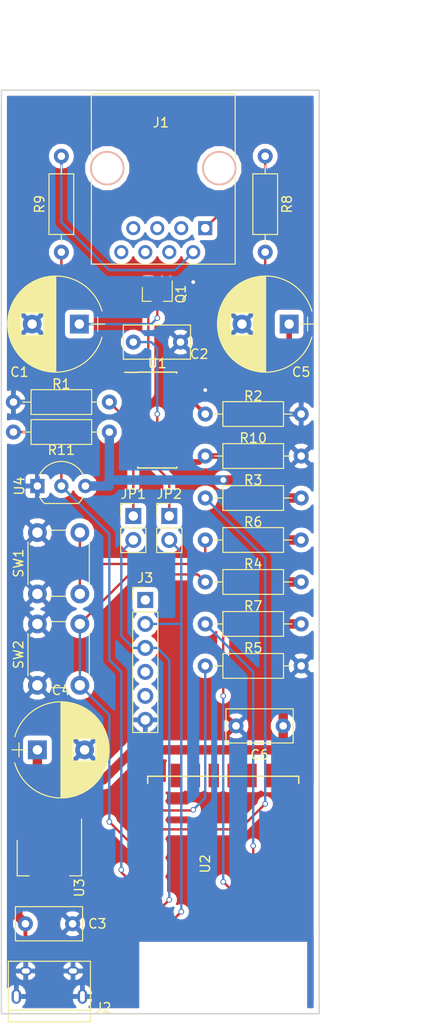
<source format=kicad_pcb>
(kicad_pcb (version 20171130) (host pcbnew "(5.0.0-rc2-dev-40-gfef1ba999)")
  (layers (0 F.Cu signal) (31 B.Cu signal) (34 B.Paste user) (35 F.Paste user) (36 B.SilkS user) (37 F.SilkS user) (38 B.Mask user) (39 F.Mask user) (44 Edge.Cuts user))
  (net 0 "")
  (net 1 "Net-(J1-Pad1)")
  (net 2 "Net-(J1-Pad2)")
  (net 3 "Net-(J1-Pad3)")
  (net 4 "Net-(J1-Pad4)")
  (net 5 "Net-(J1-Pad5)")
  (net 6 "Net-(J1-Pad6)")
  (net 7 "Net-(J1-Pad7)")
  (net 8 "Net-(J1-Pad8)")
  (net 9 "Net-(J2-Pad2)")
  (net 10 "Net-(J2-Pad3)")
  (net 11 "Net-(J2-Pad4)")
  (net 12 GND)
  (net 13 "Net-(Q1-Pad2)")
  (net 14 "Net-(C1-Pad1)")
  (net 15 "Net-(U1-Pad2)")
  (net 16 "Net-(R1-Pad1)")
  (net 17 "Net-(U1-Pad5)")
  (net 18 "Net-(C2-Pad1)")
  (net 19 "Net-(U1-Pad7)")
  (net 20 "Net-(U1-Pad10)")
  (net 21 "Net-(U1-Pad13)")
  (net 22 "Net-(R2-Pad1)")
  (net 23 "Net-(U2-Pad2)")
  (net 24 "Net-(U2-Pad4)")
  (net 25 "Net-(U2-Pad5)")
  (net 26 "Net-(U2-Pad6)")
  (net 27 "Net-(U2-Pad7)")
  (net 28 "Net-(U2-Pad13)")
  (net 29 "Net-(U2-Pad17)")
  (net 30 "Net-(U2-Pad18)")
  (net 31 "Net-(U2-Pad19)")
  (net 32 "Net-(U2-Pad20)")
  (net 33 "Net-(U2-Pad21)")
  (net 34 "Net-(U2-Pad22)")
  (net 35 "Net-(C3-Pad1)")
  (net 36 HAN_TX)
  (net 37 +3V3)
  (net 38 ESP_RESET)
  (net 39 "Net-(R7-Pad2)")
  (net 40 "Net-(R5-Pad2)")
  (net 41 "Net-(R3-Pad1)")
  (net 42 ESP_PROG)
  (net 43 ESP_RX)
  (net 44 ESP_TX)
  (net 45 "Net-(C5-Pad1)")
  (net 46 "Net-(J3-Pad1)")
  (net 47 "Net-(J3-Pad4)")
  (net 48 "Net-(J3-Pad5)")
  (net 49 HAN_RX)
  (net 50 "Net-(R8-Pad2)")
  (net 51 "Net-(R9-Pad1)")
  (net 52 ESP_Temp)
  (module TO_SOT_Packages_SMD:SOT-23 (layer F.Cu) (at 48.26 89.535 270)
    (fp_text reference Q1 (at 0 -2.5 270) (layer F.SilkS))
    (fp_text value BSS84)
    (pad 1 smd rect (at -1 -0.95 270) (size 0.9 0.8) (layers F.Cu F.Paste F.Mask) (net 12 GND))
    (pad 2 smd rect (at -1 0.95 270) (size 0.9 0.8) (layers F.Cu F.Paste F.Mask) (net 13 "Net-(Q1-Pad2)"))
    (pad 3 smd rect (at 1 0 270) (size 0.9 0.8) (layers F.Cu F.Paste F.Mask) (net 14 "Net-(C1-Pad1)"))
  )
  (module Resistors_THT:R_Axial_DIN0207_L6.3mm_D2.5mm_P10.16mm_Horizontal (layer F.Cu) (at 53.34 102.235)
    (fp_text reference R2 (at 5.08 -1.905) (layer F.SilkS))
    (fp_text value 470R)
    (pad 1 thru_hole circle (at 0 0) (size 1.6 1.6) (drill 0.8) (layers *.Cu *.Mask) (net 22 "Net-(R2-Pad1)"))
    (pad 2 thru_hole oval (at 10.16 0) (size 1.6 1.6) (drill 0.8) (layers *.Cu *.Mask) (net 12 GND))
  )
  (module Resistors_THT:R_Axial_DIN0207_L6.3mm_D2.5mm_P10.16mm_Horizontal (layer F.Cu) (at 53.34 115.57)
    (fp_text reference R6 (at 5.08 -1.905) (layer F.SilkS))
    (fp_text value 10k)
    (pad 1 thru_hole circle (at 0 0) (size 1.6 1.6) (drill 0.8) (layers *.Cu *.Mask) (net 38 ESP_RESET))
    (pad 2 thru_hole oval (at 10.16 0) (size 1.6 1.6) (drill 0.8) (layers *.Cu *.Mask) (net 37 +3V3))
  )
  (module Connectors:RJ45_8 (layer F.Cu) (at 53.34 82.55 180)
    (fp_text reference J1 (at 4.7 11.18 180) (layer F.SilkS))
    (fp_text value RJ45)
    (pad Hole np_thru_hole circle (at 10.38 6.35 180) (size 3.65 3.65) (drill 3.25) (layers *.Cu *.SilkS *.Mask))
    (pad Hole np_thru_hole circle (at -1.49 6.35 180) (size 3.65 3.65) (drill 3.25) (layers *.Cu *.SilkS *.Mask))
    (pad 1 thru_hole rect (at 0 0 180) (size 1.5 1.5) (drill 0.9) (layers *.Cu *.Mask) (net 1 "Net-(J1-Pad1)"))
    (pad 2 thru_hole circle (at 1.27 -2.54 180) (size 1.5 1.5) (drill 0.9) (layers *.Cu *.Mask) (net 2 "Net-(J1-Pad2)"))
    (pad 3 thru_hole circle (at 2.54 0 180) (size 1.5 1.5) (drill 0.9) (layers *.Cu *.Mask) (net 3 "Net-(J1-Pad3)"))
    (pad 4 thru_hole circle (at 3.81 -2.54 180) (size 1.5 1.5) (drill 0.9) (layers *.Cu *.Mask) (net 4 "Net-(J1-Pad4)"))
    (pad 5 thru_hole circle (at 5.08 0 180) (size 1.5 1.5) (drill 0.9) (layers *.Cu *.Mask) (net 5 "Net-(J1-Pad5)"))
    (pad 6 thru_hole circle (at 6.35 -2.54 180) (size 1.5 1.5) (drill 0.9) (layers *.Cu *.Mask) (net 6 "Net-(J1-Pad6)"))
    (pad 7 thru_hole circle (at 7.62 0 180) (size 1.5 1.5) (drill 0.9) (layers *.Cu *.Mask) (net 7 "Net-(J1-Pad7)"))
    (pad 8 thru_hole circle (at 8.89 -2.54 180) (size 1.5 1.5) (drill 0.9) (layers *.Cu *.Mask) (net 8 "Net-(J1-Pad8)"))
  )
  (module Connectors:USB_Micro-B (layer F.Cu) (at 36.83 162.56)
    (fp_text reference J2 (at 5.715 2.54) (layer F.SilkS))
    (fp_text value USB)
    (pad 1 smd rect (at -1.3 -1.35 90) (size 1.35 0.4) (layers F.Cu F.Paste F.Mask) (net 35 "Net-(C3-Pad1)"))
    (pad 2 smd rect (at -0.65 -1.35 90) (size 1.35 0.4) (layers F.Cu F.Paste F.Mask) (net 9 "Net-(J2-Pad2)"))
    (pad 3 smd rect (at 0 -1.35 90) (size 1.35 0.4) (layers F.Cu F.Paste F.Mask) (net 10 "Net-(J2-Pad3)"))
    (pad 4 smd rect (at 0.65 -1.35 90) (size 1.35 0.4) (layers F.Cu F.Paste F.Mask) (net 11 "Net-(J2-Pad4)"))
    (pad 5 smd rect (at 1.3 -1.35 90) (size 1.35 0.4) (layers F.Cu F.Paste F.Mask) (net 12 GND))
    (pad 6 thru_hole oval (at -2.5 -1.35 90) (size 0.95 1.25) (drill oval 0.55 0.85) (layers *.Cu *.Mask) (net 12 GND))
    (pad 6 thru_hole oval (at 2.5 -1.35 90) (size 0.95 1.25) (drill oval 0.55 0.85) (layers *.Cu *.Mask) (net 12 GND))
    (pad 6 thru_hole oval (at -3.5 1.35 90) (size 1.55 1) (drill oval 1.15 0.5) (layers *.Cu *.Mask) (net 12 GND))
    (pad 6 thru_hole oval (at 3.5 1.35 90) (size 1.55 1) (drill oval 1.15 0.5) (layers *.Cu *.Mask) (net 12 GND))
  )
  (module Housings_SOIC:SOIC-16_3.9x9.9mm_Pitch1.27mm (layer F.Cu) (at 48.26 102.87)
    (fp_text reference U1 (at 0 -6) (layer F.SilkS))
    (fp_text value TSS721)
    (pad 1 smd rect (at -2.7 -4.445) (size 1.5 0.6) (layers F.Cu F.Paste F.Mask) (net 51 "Net-(R9-Pad1)"))
    (pad 2 smd rect (at -2.7 -3.175) (size 1.5 0.6) (layers F.Cu F.Paste F.Mask) (net 15 "Net-(U1-Pad2)"))
    (pad 3 smd rect (at -2.7 -1.905) (size 1.5 0.6) (layers F.Cu F.Paste F.Mask) (net 13 "Net-(Q1-Pad2)"))
    (pad 4 smd rect (at -2.7 -0.635) (size 1.5 0.6) (layers F.Cu F.Paste F.Mask) (net 16 "Net-(R1-Pad1)"))
    (pad 5 smd rect (at -2.7 0.635) (size 1.5 0.6) (layers F.Cu F.Paste F.Mask) (net 17 "Net-(U1-Pad5)"))
    (pad 6 smd rect (at -2.7 1.905) (size 1.5 0.6) (layers F.Cu F.Paste F.Mask) (net 18 "Net-(C2-Pad1)"))
    (pad 7 smd rect (at -2.7 3.175) (size 1.5 0.6) (layers F.Cu F.Paste F.Mask) (net 19 "Net-(U1-Pad7)"))
    (pad 8 smd rect (at -2.7 4.445) (size 1.5 0.6) (layers F.Cu F.Paste F.Mask) (net 36 HAN_TX))
    (pad 9 smd rect (at 2.7 4.445) (size 1.5 0.6) (layers F.Cu F.Paste F.Mask) (net 45 "Net-(C5-Pad1)"))
    (pad 10 smd rect (at 2.7 3.175) (size 1.5 0.6) (layers F.Cu F.Paste F.Mask) (net 20 "Net-(U1-Pad10)"))
    (pad 11 smd rect (at 2.7 1.905) (size 1.5 0.6) (layers F.Cu F.Paste F.Mask) (net 45 "Net-(C5-Pad1)"))
    (pad 12 smd rect (at 2.7 0.635) (size 1.5 0.6) (layers F.Cu F.Paste F.Mask) (net 49 HAN_RX))
    (pad 13 smd rect (at 2.7 -0.635) (size 1.5 0.6) (layers F.Cu F.Paste F.Mask) (net 21 "Net-(U1-Pad13)"))
    (pad 14 smd rect (at 2.7 -1.905) (size 1.5 0.6) (layers F.Cu F.Paste F.Mask) (net 22 "Net-(R2-Pad1)"))
    (pad 15 smd rect (at 2.7 -3.175) (size 1.5 0.6) (layers F.Cu F.Paste F.Mask) (net 12 GND))
    (pad 16 smd rect (at 2.7 -4.445) (size 1.5 0.6) (layers F.Cu F.Paste F.Mask) (net 50 "Net-(R8-Pad2)"))
  )
  (module Capacitors_THT:CP_Radial_D10.0mm_P5.00mm (layer F.Cu) (at 40.005 92.71 180)
    (fp_text reference C1 (at 6.35 -5.08 180) (layer F.SilkS))
    (fp_text value 220u)
    (pad 1 thru_hole rect (at 0 0 180) (size 2 2) (drill 1) (layers *.Cu *.Mask) (net 14 "Net-(C1-Pad1)"))
    (pad 2 thru_hole circle (at 5 0 180) (size 2 2) (drill 1) (layers *.Cu *.Mask) (net 12 GND))
  )
  (module Capacitors_THT:C_Rect_L7.0mm_W3.5mm_P5.00mm (layer F.Cu) (at 45.72 94.615)
    (fp_text reference C2 (at 6.985 1.27) (layer F.SilkS))
    (fp_text value 100n)
    (pad 1 thru_hole circle (at 0 0) (size 1.6 1.6) (drill 0.8) (layers *.Cu *.Mask) (net 18 "Net-(C2-Pad1)"))
    (pad 2 thru_hole circle (at 5 0) (size 1.6 1.6) (drill 0.8) (layers *.Cu *.Mask) (net 12 GND))
  )
  (module Capacitors_THT:C_Rect_L7.0mm_W3.5mm_P5.00mm (layer F.Cu) (at 34.29 156.21)
    (fp_text reference C3 (at 7.62 0) (layer F.SilkS))
    (fp_text value 100n)
    (pad 1 thru_hole circle (at 0 0) (size 1.6 1.6) (drill 0.8) (layers *.Cu *.Mask) (net 35 "Net-(C3-Pad1)"))
    (pad 2 thru_hole circle (at 5 0) (size 1.6 1.6) (drill 0.8) (layers *.Cu *.Mask) (net 12 GND))
  )
  (module Capacitors_THT:CP_Radial_D10.0mm_P5.00mm (layer F.Cu) (at 62.23 92.71 180)
    (fp_text reference C5 (at -1.27 -5.08 180) (layer F.SilkS))
    (fp_text value 220u)
    (pad 1 thru_hole rect (at 0 0 180) (size 2 2) (drill 1) (layers *.Cu *.Mask) (net 45 "Net-(C5-Pad1)"))
    (pad 2 thru_hole circle (at 5 0 180) (size 2 2) (drill 1) (layers *.Cu *.Mask) (net 12 GND))
  )
  (module Resistors_THT:R_Axial_DIN0207_L6.3mm_D2.5mm_P10.16mm_Horizontal (layer F.Cu) (at 43.18 100.965 180)
    (fp_text reference R1 (at 5.08 1.905 180) (layer F.SilkS))
    (fp_text value 22k)
    (pad 1 thru_hole circle (at 0 0 180) (size 1.6 1.6) (drill 0.8) (layers *.Cu *.Mask) (net 16 "Net-(R1-Pad1)"))
    (pad 2 thru_hole oval (at 10.16 0 180) (size 1.6 1.6) (drill 0.8) (layers *.Cu *.Mask) (net 12 GND))
  )
  (module Resistors_THT:R_Axial_DIN0207_L6.3mm_D2.5mm_P10.16mm_Horizontal (layer F.Cu) (at 53.34 111.125)
    (fp_text reference R3 (at 5.08 -1.905) (layer F.SilkS))
    (fp_text value 10k)
    (pad 1 thru_hole circle (at 0 0) (size 1.6 1.6) (drill 0.8) (layers *.Cu *.Mask) (net 41 "Net-(R3-Pad1)"))
    (pad 2 thru_hole oval (at 10.16 0) (size 1.6 1.6) (drill 0.8) (layers *.Cu *.Mask) (net 37 +3V3))
  )
  (module Resistors_THT:R_Axial_DIN0207_L6.3mm_D2.5mm_P10.16mm_Horizontal (layer F.Cu) (at 63.5 120.015 180)
    (fp_text reference R4 (at 5.08 1.905 180) (layer F.SilkS))
    (fp_text value 10k)
    (pad 1 thru_hole circle (at 0 0 180) (size 1.6 1.6) (drill 0.8) (layers *.Cu *.Mask) (net 37 +3V3))
    (pad 2 thru_hole oval (at 10.16 0 180) (size 1.6 1.6) (drill 0.8) (layers *.Cu *.Mask) (net 42 ESP_PROG))
  )
  (module Resistors_THT:R_Axial_DIN0207_L6.3mm_D2.5mm_P10.16mm_Horizontal (layer F.Cu) (at 63.5 128.905 180)
    (fp_text reference R5 (at 5.08 1.905 180) (layer F.SilkS))
    (fp_text value 10k)
    (pad 1 thru_hole circle (at 0 0 180) (size 1.6 1.6) (drill 0.8) (layers *.Cu *.Mask) (net 12 GND))
    (pad 2 thru_hole oval (at 10.16 0 180) (size 1.6 1.6) (drill 0.8) (layers *.Cu *.Mask) (net 40 "Net-(R5-Pad2)"))
  )
  (module Resistors_THT:R_Axial_DIN0207_L6.3mm_D2.5mm_P10.16mm_Horizontal (layer F.Cu) (at 63.5 124.46 180)
    (fp_text reference R7 (at 5.08 1.905 180) (layer F.SilkS))
    (fp_text value 10k)
    (pad 1 thru_hole circle (at 0 0 180) (size 1.6 1.6) (drill 0.8) (layers *.Cu *.Mask) (net 37 +3V3))
    (pad 2 thru_hole oval (at 10.16 0 180) (size 1.6 1.6) (drill 0.8) (layers *.Cu *.Mask) (net 39 "Net-(R7-Pad2)"))
  )
  (module Resistors_THT:R_Axial_DIN0207_L6.3mm_D2.5mm_P10.16mm_Horizontal (layer F.Cu) (at 59.69 74.93 270)
    (fp_text reference R8 (at 5.08 -2.31 270) (layer F.SilkS))
    (fp_text value 220R)
    (pad 1 thru_hole circle (at 0 0 270) (size 1.6 1.6) (drill 0.8) (layers *.Cu *.Mask) (net 1 "Net-(J1-Pad1)"))
    (pad 2 thru_hole oval (at 10.16 0 270) (size 1.6 1.6) (drill 0.8) (layers *.Cu *.Mask) (net 50 "Net-(R8-Pad2)"))
  )
  (module Resistors_THT:R_Axial_DIN0207_L6.3mm_D2.5mm_P10.16mm_Horizontal (layer F.Cu) (at 38.1 85.09 90)
    (fp_text reference R9 (at 5.08 -2.31 90) (layer F.SilkS))
    (fp_text value 220R)
    (pad 1 thru_hole circle (at 0 0 90) (size 1.6 1.6) (drill 0.8) (layers *.Cu *.Mask) (net 51 "Net-(R9-Pad1)"))
    (pad 2 thru_hole oval (at 10.16 0 90) (size 1.6 1.6) (drill 0.8) (layers *.Cu *.Mask) (net 2 "Net-(J1-Pad2)"))
  )
  (module Resistors_THT:R_Axial_DIN0207_L6.3mm_D2.5mm_P10.16mm_Horizontal (layer F.Cu) (at 63.5 106.68 180)
    (fp_text reference R10 (at 5.08 1.905 180) (layer F.SilkS))
    (fp_text value 22k)
    (pad 1 thru_hole circle (at 0 0 180) (size 1.6 1.6) (drill 0.8) (layers *.Cu *.Mask) (net 12 GND))
    (pad 2 thru_hole oval (at 10.16 0 180) (size 1.6 1.6) (drill 0.8) (layers *.Cu *.Mask) (net 45 "Net-(C5-Pad1)"))
  )
  (module TO_SOT_Packages_SMD:SOT-223 (layer F.Cu) (at 36.83 149.225 270)
    (fp_text reference U3 (at 3.175 -3.175 270) (layer F.SilkS))
    (fp_text value LM1117-3.3)
    (pad 4 smd rect (at 3.15 0 270) (size 2 3.8) (layers F.Cu F.Paste F.Mask))
    (pad 2 smd rect (at -3.15 0 270) (size 2 1.5) (layers F.Cu F.Paste F.Mask) (net 37 +3V3))
    (pad 3 smd rect (at -3.15 2.3 270) (size 2 1.5) (layers F.Cu F.Paste F.Mask) (net 35 "Net-(C3-Pad1)"))
    (pad 1 smd rect (at -3.15 -2.3 270) (size 2 1.5) (layers F.Cu F.Paste F.Mask) (net 12 GND))
  )
  (module Pin_Headers:Pin_Header_Straight_1x02_Pitch2.54mm (layer F.Cu) (at 45.72 113.03)
    (fp_text reference JP1 (at 0 -2.33) (layer F.SilkS))
    (fp_text value RX)
    (pad 1 thru_hole rect (at 0 0) (size 1.7 1.7) (drill 1) (layers *.Cu *.Mask) (net 36 HAN_TX))
    (pad 2 thru_hole oval (at 0 2.54) (size 1.7 1.7) (drill 1) (layers *.Cu *.Mask) (net 43 ESP_RX))
  )
  (module Pin_Headers:Pin_Header_Straight_1x02_Pitch2.54mm (layer F.Cu) (at 49.53 113.03)
    (fp_text reference JP2 (at 0 -2.33) (layer F.SilkS))
    (fp_text value TX)
    (pad 1 thru_hole rect (at 0 0) (size 1.7 1.7) (drill 1) (layers *.Cu *.Mask) (net 49 HAN_RX))
    (pad 2 thru_hole oval (at 0 2.54) (size 1.7 1.7) (drill 1) (layers *.Cu *.Mask) (net 44 ESP_TX))
  )
  (module ESP8266:ESP-12E_SMD (layer F.Cu) (at 62.23 156.21 180)
    (fp_text reference U2 (at 8.89 6.35 270) (layer F.SilkS))
    (fp_text value ESP-12E hide)
    (pad 1 smd rect (at 0 0 180) (size 2.5 1.1) (drill (offset -0.7 0)) (layers F.Cu F.Paste F.Mask) (net 38 ESP_RESET))
    (pad 2 smd rect (at 0 2 180) (size 2.5 1.1) (drill (offset -0.7 0)) (layers F.Cu F.Paste F.Mask) (net 23 "Net-(U2-Pad2)"))
    (pad 3 smd rect (at 0 4 180) (size 2.5 1.1) (drill (offset -0.7 0)) (layers F.Cu F.Paste F.Mask) (net 39 "Net-(R7-Pad2)"))
    (pad 4 smd rect (at 0 6 180) (size 2.5 1.1) (drill (offset -0.7 0)) (layers F.Cu F.Paste F.Mask) (net 24 "Net-(U2-Pad4)"))
    (pad 5 smd rect (at 0 8 180) (size 2.5 1.1) (drill (offset -0.7 0)) (layers F.Cu F.Paste F.Mask) (net 25 "Net-(U2-Pad5)"))
    (pad 6 smd rect (at 0 10 180) (size 2.5 1.1) (drill (offset -0.7 0)) (layers F.Cu F.Paste F.Mask) (net 26 "Net-(U2-Pad6)"))
    (pad 7 smd rect (at 0 12 180) (size 2.5 1.1) (drill (offset -0.7 0)) (layers F.Cu F.Paste F.Mask) (net 27 "Net-(U2-Pad7)"))
    (pad 8 smd rect (at 0 14 180) (size 2.5 1.1) (drill (offset -0.7 0)) (layers F.Cu F.Paste F.Mask) (net 37 +3V3))
    (pad 9 smd rect (at 14 14 180) (size 2.5 1.1) (drill (offset 0.7 0)) (layers F.Cu F.Paste F.Mask) (net 12 GND))
    (pad 10 smd rect (at 14 12 180) (size 2.5 1.1) (drill (offset 0.7 0)) (layers F.Cu F.Paste F.Mask) (net 40 "Net-(R5-Pad2)"))
    (pad 11 smd rect (at 14 10 180) (size 2.5 1.1) (drill (offset 0.7 0)) (layers F.Cu F.Paste F.Mask) (net 41 "Net-(R3-Pad1)"))
    (pad 12 smd rect (at 14 8 180) (size 2.5 1.1) (drill (offset 0.7 0)) (layers F.Cu F.Paste F.Mask) (net 42 ESP_PROG))
    (pad 13 smd rect (at 14 6 180) (size 2.5 1.1) (drill (offset 0.7 0)) (layers F.Cu F.Paste F.Mask) (net 28 "Net-(U2-Pad13)"))
    (pad 14 smd rect (at 14 4 180) (size 2.5 1.1) (drill (offset 0.7 0)) (layers F.Cu F.Paste F.Mask) (net 52 ESP_Temp))
    (pad 15 smd rect (at 14 2 180) (size 2.5 1.1) (drill (offset 0.7 0)) (layers F.Cu F.Paste F.Mask) (net 43 ESP_RX))
    (pad 16 smd rect (at 14 0 180) (size 2.5 1.1) (drill (offset 0.7 0)) (layers F.Cu F.Paste F.Mask) (net 44 ESP_TX))
    (pad 17 smd rect (at 1.99 15 270) (size 2.5 1.1) (drill (offset -0.7 0)) (layers F.Cu F.Paste F.Mask) (net 29 "Net-(U2-Pad17)"))
    (pad 18 smd rect (at 3.99 15 270) (size 2.5 1.1) (drill (offset -0.7 0)) (layers F.Cu F.Paste F.Mask) (net 30 "Net-(U2-Pad18)"))
    (pad 19 smd rect (at 5.99 15 270) (size 2.5 1.1) (drill (offset -0.7 0)) (layers F.Cu F.Paste F.Mask) (net 31 "Net-(U2-Pad19)"))
    (pad 20 smd rect (at 7.99 15 270) (size 2.5 1.1) (drill (offset -0.7 0)) (layers F.Cu F.Paste F.Mask) (net 32 "Net-(U2-Pad20)"))
    (pad 21 smd rect (at 9.99 15 270) (size 2.5 1.1) (drill (offset -0.7 0)) (layers F.Cu F.Paste F.Mask) (net 33 "Net-(U2-Pad21)"))
    (pad 22 smd rect (at 11.99 15 270) (size 2.5 1.1) (drill (offset -0.7 0)) (layers F.Cu F.Paste F.Mask) (net 34 "Net-(U2-Pad22)"))
  )
  (module Resistors_THT:R_Axial_DIN0207_L6.3mm_D2.5mm_P10.16mm_Horizontal (layer F.Cu) (at 43.18 104.14 180)
    (fp_text reference R11 (at 5.08 -1.905 180) (layer F.SilkS))
    (fp_text value 4k7)
    (pad 2 thru_hole oval (at 10.16 0 180) (size 1.6 1.6) (drill 0.8) (layers *.Cu *.Mask) (net 52 ESP_Temp))
    (pad 1 thru_hole circle (at 0 0 180) (size 1.6 1.6) (drill 0.8) (layers *.Cu *.Mask) (net 37 +3V3))
  )
  (module TO_SOT_Packages_THT:TO-92_Inline_Wide (layer F.Cu) (at 35.56 109.855)
    (fp_text reference U4 (at -1.905 0 270) (layer F.SilkS))
    (fp_text value DS18B20)
    (pad 1 thru_hole rect (at 0 0 90) (size 1.52 1.52) (drill 0.8) (layers *.Cu *.Mask) (net 12 GND))
    (pad 3 thru_hole circle (at 5.08 0 90) (size 1.52 1.52) (drill 0.8) (layers *.Cu *.Mask) (net 37 +3V3))
    (pad 2 thru_hole circle (at 2.54 0 90) (size 1.52 1.52) (drill 0.8) (layers *.Cu *.Mask) (net 52 ESP_Temp))
  )
  (module Capacitors_THT:C_Rect_L7.0mm_W3.5mm_P5.00mm (layer F.Cu) (at 61.595 135.255 180)
    (fp_text reference C6 (at 2.5 -3.06 180) (layer F.SilkS))
    (fp_text value 100n)
    (pad 2 thru_hole circle (at 5 0 180) (size 1.6 1.6) (drill 0.8) (layers *.Cu *.Mask) (net 12 GND))
    (pad 1 thru_hole circle (at 0 0 180) (size 1.6 1.6) (drill 0.8) (layers *.Cu *.Mask) (net 37 +3V3))
  )
  (module Capacitors_THT:CP_Radial_D10.0mm_P5.00mm (layer F.Cu) (at 35.56 137.795)
    (fp_text reference C4 (at 2.5 -6.31) (layer F.SilkS))
    (fp_text value 220u)
    (pad 2 thru_hole circle (at 5 0) (size 2 2) (drill 1) (layers *.Cu *.Mask) (net 12 GND))
    (pad 1 thru_hole rect (at 0 0) (size 2 2) (drill 1) (layers *.Cu *.Mask) (net 37 +3V3))
  )
  (module Pin_Headers:Pin_Header_Straight_1x06_Pitch2.54mm (layer F.Cu) (at 46.99 121.92)
    (fp_text reference J3 (at 0 -2.33) (layer F.SilkS))
    (fp_text value FTDI)
    (pad 6 thru_hole oval (at 0 12.7) (size 1.7 1.7) (drill 1) (layers *.Cu *.Mask) (net 12 GND))
    (pad 5 thru_hole oval (at 0 10.16) (size 1.7 1.7) (drill 1) (layers *.Cu *.Mask) (net 48 "Net-(J3-Pad5)"))
    (pad 4 thru_hole oval (at 0 7.62) (size 1.7 1.7) (drill 1) (layers *.Cu *.Mask) (net 47 "Net-(J3-Pad4)"))
    (pad 3 thru_hole oval (at 0 5.08) (size 1.7 1.7) (drill 1) (layers *.Cu *.Mask) (net 43 ESP_RX))
    (pad 2 thru_hole oval (at 0 2.54) (size 1.7 1.7) (drill 1) (layers *.Cu *.Mask) (net 44 ESP_TX))
    (pad 1 thru_hole rect (at 0 0) (size 1.7 1.7) (drill 1) (layers *.Cu *.Mask) (net 46 "Net-(J3-Pad1)"))
  )
  (module Buttons_Switches_THT:SW_PUSH_6mm_h5mm (layer F.Cu) (at 35.56 121.285 90)
    (fp_text reference SW1 (at 3.25 -2 90) (layer F.SilkS))
    (fp_text value "ESP Reset")
    (pad 1 thru_hole circle (at 6.5 0 180) (size 2 2) (drill 1.1) (layers *.Cu *.Mask) (net 12 GND))
    (pad 2 thru_hole circle (at 6.5 4.5 180) (size 2 2) (drill 1.1) (layers *.Cu *.Mask) (net 38 ESP_RESET))
    (pad 1 thru_hole circle (at 0 0 180) (size 2 2) (drill 1.1) (layers *.Cu *.Mask) (net 12 GND))
    (pad 2 thru_hole circle (at 0 4.5 180) (size 2 2) (drill 1.1) (layers *.Cu *.Mask) (net 38 ESP_RESET))
  )
  (module Buttons_Switches_THT:SW_PUSH_6mm_h5mm (layer F.Cu) (at 35.56 130.96 90)
    (fp_text reference SW2 (at 3.25 -2 90) (layer F.SilkS))
    (fp_text value "ESP Prog")
    (pad 2 thru_hole circle (at 0 4.5 180) (size 2 2) (drill 1.1) (layers *.Cu *.Mask) (net 42 ESP_PROG))
    (pad 1 thru_hole circle (at 0 0 180) (size 2 2) (drill 1.1) (layers *.Cu *.Mask) (net 12 GND))
    (pad 2 thru_hole circle (at 6.5 4.5 180) (size 2 2) (drill 1.1) (layers *.Cu *.Mask) (net 42 ESP_PROG))
    (pad 1 thru_hole circle (at 6.5 0 180) (size 2 2) (drill 1.1) (layers *.Cu *.Mask) (net 12 GND))
  )
  (gr_line (start 65.405 165.735) (end 64.77 165.735) (angle 90) (layer Edge.Cuts) (width 0.15))
  (gr_line (start 65.405 67.945) (end 65.405 165.735) (angle 90) (layer Edge.Cuts) (width 0.15))
  (gr_line (start 31.75 67.945) (end 65.405 67.945) (angle 90) (layer Edge.Cuts) (width 0.15))
  (gr_line (start 31.75 165.735) (end 31.75 67.945) (angle 90) (layer Edge.Cuts) (width 0.15))
  (gr_line (start 64.77 165.735) (end 31.75 165.735) (angle 90) (layer Edge.Cuts) (width 0.15))
  (segment (start 59.69 74.93) (end 59.69 76.2) (width 0.25) (layer F.Cu) (net 1))
  (segment (start 59.69 76.2) (end 53.34 82.55) (width 0.25) (layer F.Cu) (net 1))
  (via (at 52.07 85.09) (size 0.6) (drill 0.4) (layers F.Cu B.Cu) (net 2))
  (segment (start 52.07 85.09) (end 50.165 86.995) (width 0.25) (layer B.Cu) (net 2))
  (segment (start 38.1 81.915) (end 38.1 74.93) (width 0.25) (layer B.Cu) (net 2))
  (segment (start 43.18 86.995) (end 38.1 81.915) (width 0.25) (layer B.Cu) (net 2))
  (segment (start 50.165 86.995) (end 43.18 86.995) (width 0.25) (layer B.Cu) (net 2))
  (segment (start 38.13 161.21) (end 39.33 161.21) (width 0.4) (layer F.Cu) (net 12))
  (segment (start 50.96 99.695) (end 53.34 99.695) (width 0.25) (layer F.Cu) (net 12))
  (via (at 53.34 99.695) (size 0.6) (drill 0.4) (layers F.Cu B.Cu) (net 12))
  (segment (start 49.21 88.185) (end 51.99 88.185) (width 0.25) (layer F.Cu) (net 12))
  (via (at 52.07 88.265) (size 0.6) (drill 0.4) (layers F.Cu B.Cu) (net 12))
  (segment (start 51.99 88.185) (end 52.07 88.265) (width 0.25) (layer F.Cu) (net 12))
  (segment (start 46.355 100.965) (end 47.31 100.01) (width 0.25) (layer F.Cu) (net 13))
  (segment (start 47.31 100.01) (end 47.31 88.535) (width 0.25) (layer F.Cu) (net 13))
  (segment (start 45.56 100.965) (end 46.355 100.965) (width 0.25) (layer F.Cu) (net 13))
  (segment (start 47.23 88.265) (end 47.31 88.185) (width 0.25) (layer F.Cu) (net 13))
  (segment (start 48.26 92.075) (end 47.625 92.71) (width 0.25) (layer B.Cu) (net 14))
  (segment (start 47.625 92.71) (end 40.005 92.71) (width 0.25) (layer B.Cu) (net 14))
  (segment (start 48.26 90.535) (end 48.26 92.075) (width 0.25) (layer F.Cu) (net 14))
  (via (at 48.26 92.075) (size 0.6) (drill 0.4) (layers F.Cu B.Cu) (net 14))
  (segment (start 45.56 102.235) (end 44.45 102.235) (width 0.25) (layer F.Cu) (net 16))
  (segment (start 44.45 102.235) (end 43.18 100.965) (width 0.25) (layer F.Cu) (net 16))
  (via (at 45.72 94.615) (size 0.6) (drill 0.4) (layers F.Cu B.Cu) (net 18))
  (segment (start 45.72 94.615) (end 47.625 94.615) (width 0.25) (layer B.Cu) (net 18))
  (segment (start 46.99 104.775) (end 45.56 104.775) (width 0.25) (layer F.Cu) (net 18))
  (segment (start 48.26 103.505) (end 46.99 104.775) (width 0.25) (layer F.Cu) (net 18))
  (segment (start 48.26 102.235) (end 48.26 103.505) (width 0.25) (layer F.Cu) (net 18))
  (via (at 48.26 102.235) (size 0.6) (drill 0.4) (layers F.Cu B.Cu) (net 18))
  (segment (start 48.26 95.25) (end 48.26 102.235) (width 0.25) (layer B.Cu) (net 18))
  (segment (start 47.625 94.615) (end 48.26 95.25) (width 0.25) (layer B.Cu) (net 18))
  (segment (start 50.96 100.965) (end 52.07 100.965) (width 0.4) (layer F.Cu) (net 22))
  (segment (start 52.07 100.965) (end 53.34 102.235) (width 0.4) (layer F.Cu) (net 22))
  (segment (start 34.29 157.48) (end 35.53 158.72) (width 0.4) (layer F.Cu) (net 35))
  (segment (start 35.53 158.72) (end 35.53 159.94) (width 0.4) (layer F.Cu) (net 35))
  (segment (start 34.29 156.21) (end 34.29 157.48) (width 0.4) (layer F.Cu) (net 35))
  (segment (start 34.53 146.075) (end 34.53 148.075) (width 1) (layer F.Cu) (net 35))
  (segment (start 34.53 148.075) (end 33.490001 149.114999) (width 1) (layer F.Cu) (net 35))
  (segment (start 33.490001 149.114999) (end 33.490001 155.410001) (width 1) (layer F.Cu) (net 35))
  (segment (start 33.490001 155.410001) (end 34.29 156.21) (width 1) (layer F.Cu) (net 35))
  (segment (start 35.53 159.94) (end 35.53 161.21) (width 0.4) (layer F.Cu) (net 35))
  (segment (start 45.72 113.03) (end 45.72 107.155) (width 0.25) (layer F.Cu) (net 36))
  (segment (start 45.72 107.155) (end 45.56 107.315) (width 0.25) (layer F.Cu) (net 36))
  (segment (start 61.595 135.255) (end 61.595 124.46) (width 1) (layer F.Cu) (net 37))
  (segment (start 61.595 137.795) (end 61.595 135.255) (width 1) (layer F.Cu) (net 37))
  (segment (start 61.595 124.46) (end 61.595 120.015) (width 1) (layer F.Cu) (net 37))
  (segment (start 63.5 124.46) (end 61.595 124.46) (width 1) (layer F.Cu) (net 37))
  (segment (start 61.595 120.015) (end 61.595 115.57) (width 1) (layer F.Cu) (net 37))
  (segment (start 63.5 120.015) (end 61.595 120.015) (width 1) (layer F.Cu) (net 37))
  (segment (start 61.595 115.57) (end 61.595 111.125) (width 1) (layer F.Cu) (net 37))
  (segment (start 63.5 115.57) (end 61.595 115.57) (width 1) (layer F.Cu) (net 37))
  (segment (start 43.18 109.22) (end 43.18 109.855) (width 1) (layer B.Cu) (net 37))
  (segment (start 43.18 104.14) (end 43.18 109.22) (width 1) (layer B.Cu) (net 37))
  (segment (start 55.245 109.22) (end 43.18 109.22) (width 1) (layer B.Cu) (net 37))
  (segment (start 59.69 109.22) (end 55.245 109.22) (width 1) (layer F.Cu) (net 37))
  (segment (start 61.595 111.125) (end 59.69 109.22) (width 1) (layer F.Cu) (net 37))
  (via (at 55.245 109.22) (size 0.8) (drill 0.6) (layers F.Cu B.Cu) (net 37))
  (segment (start 61.595 111.125) (end 63.5 111.125) (width 1) (layer F.Cu) (net 37))
  (segment (start 36.735 140.97) (end 36.83 141.065) (width 1) (layer F.Cu) (net 37))
  (segment (start 36.83 141.065) (end 36.83 146.075) (width 1) (layer F.Cu) (net 37))
  (segment (start 61.595 137.795) (end 45.72 137.795) (width 1) (layer F.Cu) (net 37))
  (segment (start 45.72 137.795) (end 42.545 140.97) (width 1) (layer F.Cu) (net 37))
  (segment (start 42.545 140.97) (end 36.735 140.97) (width 1) (layer F.Cu) (net 37))
  (segment (start 36.735 140.97) (end 35.56 139.795) (width 1) (layer F.Cu) (net 37))
  (segment (start 35.56 139.795) (end 35.56 137.795) (width 1) (layer F.Cu) (net 37))
  (segment (start 43.18 109.855) (end 40.64 109.855) (width 1) (layer B.Cu) (net 37))
  (segment (start 62.865 141.575) (end 62.23 142.21) (width 1) (layer F.Cu) (net 37))
  (segment (start 62.865 139.065) (end 62.865 141.575) (width 1) (layer F.Cu) (net 37))
  (segment (start 61.595 137.795) (end 62.865 139.065) (width 1) (layer F.Cu) (net 37))
  (segment (start 62.23 142.21) (end 62.26 142.21) (width 0.25) (layer F.Cu) (net 37))
  (segment (start 40.06 118.11) (end 40.06 114.785) (width 0.25) (layer F.Cu) (net 38))
  (segment (start 40.06 121.285) (end 40.06 118.11) (width 0.25) (layer F.Cu) (net 38))
  (segment (start 53.34 118.11) (end 40.64 118.11) (width 0.25) (layer F.Cu) (net 38))
  (segment (start 40.64 118.11) (end 40.06 118.11) (width 0.25) (layer F.Cu) (net 38))
  (segment (start 55.245 132.08) (end 55.245 118.745) (width 0.25) (layer F.Cu) (net 38))
  (segment (start 55.245 118.745) (end 54.61 118.11) (width 0.25) (layer F.Cu) (net 38))
  (segment (start 55.245 151.765) (end 55.245 132.08) (width 0.25) (layer B.Cu) (net 38))
  (via (at 55.245 132.08) (size 0.6) (drill 0.4) (layers F.Cu B.Cu) (net 38))
  (segment (start 59.69 156.21) (end 55.245 151.765) (width 0.25) (layer F.Cu) (net 38))
  (via (at 55.245 151.765) (size 0.6) (drill 0.4) (layers F.Cu B.Cu) (net 38))
  (segment (start 54.61 118.11) (end 53.34 118.11) (width 0.25) (layer F.Cu) (net 38))
  (segment (start 53.34 115.57) (end 53.34 118.11) (width 0.25) (layer F.Cu) (net 38))
  (segment (start 62.23 156.21) (end 59.69 156.21) (width 0.25) (layer F.Cu) (net 38))
  (segment (start 58.42 129.54) (end 53.34 124.46) (width 0.25) (layer B.Cu) (net 39))
  (segment (start 58.42 147.955) (end 58.42 129.54) (width 0.25) (layer B.Cu) (net 39))
  (segment (start 58.42 149.86) (end 58.42 147.955) (width 0.25) (layer F.Cu) (net 39))
  (via (at 58.42 147.955) (size 0.6) (drill 0.4) (layers F.Cu B.Cu) (net 39))
  (segment (start 60.77 152.21) (end 58.42 149.86) (width 0.25) (layer F.Cu) (net 39))
  (segment (start 62.23 152.21) (end 60.77 152.21) (width 0.25) (layer F.Cu) (net 39))
  (segment (start 53.34 142.875) (end 53.34 128.905) (width 0.25) (layer B.Cu) (net 40))
  (segment (start 48.23 144.21) (end 52.005 144.21) (width 0.25) (layer F.Cu) (net 40))
  (segment (start 52.07 144.145) (end 53.34 142.875) (width 0.25) (layer B.Cu) (net 40))
  (via (at 52.07 144.145) (size 0.6) (drill 0.4) (layers F.Cu B.Cu) (net 40))
  (segment (start 52.005 144.21) (end 52.07 144.145) (width 0.25) (layer F.Cu) (net 40))
  (segment (start 56.99 146.21) (end 59.69 143.51) (width 0.25) (layer F.Cu) (net 41))
  (via (at 59.69 143.51) (size 0.6) (drill 0.4) (layers F.Cu B.Cu) (net 41))
  (segment (start 59.69 143.51) (end 59.69 117.475) (width 0.25) (layer B.Cu) (net 41))
  (segment (start 59.69 117.475) (end 53.34 111.125) (width 0.25) (layer B.Cu) (net 41))
  (segment (start 48.23 146.21) (end 56.99 146.21) (width 0.25) (layer F.Cu) (net 41))
  (segment (start 45.304999 119.215001) (end 40.06 124.46) (width 0.25) (layer F.Cu) (net 42))
  (segment (start 40.06 130.96) (end 40.06 129.545787) (width 0.25) (layer B.Cu) (net 42))
  (segment (start 40.06 129.545787) (end 40.06 124.46) (width 0.25) (layer B.Cu) (net 42))
  (segment (start 43.18 145.415) (end 43.18 134.08) (width 0.25) (layer B.Cu) (net 42))
  (segment (start 43.18 134.08) (end 40.06 130.96) (width 0.25) (layer B.Cu) (net 42))
  (segment (start 52.540001 119.215001) (end 45.304999 119.215001) (width 0.25) (layer F.Cu) (net 42))
  (segment (start 53.34 120.015) (end 52.540001 119.215001) (width 0.25) (layer F.Cu) (net 42))
  (segment (start 43.18 145.415) (end 45.975 148.21) (width 0.25) (layer F.Cu) (net 42))
  (segment (start 45.975 148.21) (end 48.23 148.21) (width 0.25) (layer F.Cu) (net 42))
  (via (at 43.18 145.415) (size 0.6) (drill 0.4) (layers F.Cu B.Cu) (net 42))
  (segment (start 46.99 127) (end 48.26 127) (width 0.25) (layer B.Cu) (net 43))
  (segment (start 48.99 154.21) (end 48.23 154.21) (width 0.25) (layer F.Cu) (net 43))
  (segment (start 49.53 153.67) (end 48.99 154.21) (width 0.25) (layer F.Cu) (net 43))
  (via (at 49.53 153.67) (size 0.6) (drill 0.4) (layers F.Cu B.Cu) (net 43))
  (segment (start 49.53 128.27) (end 49.53 153.67) (width 0.25) (layer B.Cu) (net 43))
  (segment (start 48.26 127) (end 49.53 128.27) (width 0.25) (layer B.Cu) (net 43))
  (segment (start 45.72 115.57) (end 44.45 116.84) (width 0.25) (layer B.Cu) (net 43))
  (segment (start 45.72 127) (end 46.99 127) (width 0.25) (layer B.Cu) (net 43))
  (segment (start 44.45 125.73) (end 45.72 127) (width 0.25) (layer B.Cu) (net 43))
  (segment (start 44.45 116.84) (end 44.45 125.73) (width 0.25) (layer B.Cu) (net 43))
  (segment (start 46.99 124.46) (end 50.8 124.46) (width 0.25) (layer B.Cu) (net 44))
  (segment (start 48.23 156.21) (end 49.53 156.21) (width 0.25) (layer F.Cu) (net 44))
  (segment (start 50.8 116.84) (end 49.53 115.57) (width 0.25) (layer B.Cu) (net 44))
  (segment (start 50.8 154.94) (end 50.8 124.46) (width 0.25) (layer B.Cu) (net 44))
  (segment (start 50.8 124.46) (end 50.8 116.84) (width 0.25) (layer B.Cu) (net 44))
  (via (at 50.8 154.94) (size 0.6) (drill 0.4) (layers F.Cu B.Cu) (net 44))
  (segment (start 49.53 156.21) (end 50.8 154.94) (width 0.25) (layer F.Cu) (net 44))
  (segment (start 53.34 106.68) (end 52.705 107.315) (width 0.6) (layer F.Cu) (net 45))
  (segment (start 52.705 107.315) (end 50.96 107.315) (width 0.6) (layer F.Cu) (net 45))
  (segment (start 62.23 99.695) (end 55.245 106.68) (width 0.6) (layer F.Cu) (net 45))
  (segment (start 62.23 92.71) (end 62.23 99.695) (width 0.6) (layer F.Cu) (net 45))
  (segment (start 55.245 106.68) (end 53.34 106.68) (width 0.6) (layer F.Cu) (net 45))
  (segment (start 50.96 104.775) (end 49.53 104.775) (width 0.6) (layer F.Cu) (net 45))
  (segment (start 49.53 107.315) (end 50.96 107.315) (width 0.6) (layer F.Cu) (net 45))
  (segment (start 48.895 106.68) (end 49.53 107.315) (width 0.6) (layer F.Cu) (net 45))
  (segment (start 48.895 105.41) (end 48.895 106.68) (width 0.6) (layer F.Cu) (net 45))
  (segment (start 49.53 104.775) (end 48.895 105.41) (width 0.6) (layer F.Cu) (net 45))
  (segment (start 50.96 104.775) (end 51.435 104.775) (width 0.25) (layer F.Cu) (net 45))
  (segment (start 48.26 104.775) (end 47.625 105.41) (width 0.25) (layer F.Cu) (net 49))
  (segment (start 49.53 109.22) (end 49.53 110.49) (width 0.25) (layer F.Cu) (net 49))
  (segment (start 47.625 107.315) (end 49.53 109.22) (width 0.25) (layer F.Cu) (net 49))
  (segment (start 47.625 105.41) (end 47.625 107.315) (width 0.25) (layer F.Cu) (net 49))
  (segment (start 50.96 103.505) (end 49.53 103.505) (width 0.25) (layer F.Cu) (net 49))
  (segment (start 49.53 110.49) (end 49.53 113.03) (width 0.25) (layer F.Cu) (net 49))
  (segment (start 49.53 103.505) (end 48.26 104.775) (width 0.25) (layer F.Cu) (net 49))
  (segment (start 50.96 98.425) (end 56.515 98.425) (width 0.25) (layer F.Cu) (net 50))
  (segment (start 59.69 95.25) (end 59.69 85.09) (width 0.25) (layer F.Cu) (net 50))
  (segment (start 56.515 98.425) (end 59.69 95.25) (width 0.25) (layer F.Cu) (net 50))
  (segment (start 45.56 98.425) (end 41.91 98.425) (width 0.25) (layer F.Cu) (net 51))
  (segment (start 38.1 94.615) (end 38.1 85.09) (width 0.25) (layer F.Cu) (net 51))
  (segment (start 41.91 98.425) (end 38.1 94.615) (width 0.25) (layer F.Cu) (net 51))
  (segment (start 43.18 128.27) (end 43.18 114.935) (width 0.25) (layer B.Cu) (net 52))
  (segment (start 43.18 114.935) (end 38.1 109.855) (width 0.25) (layer B.Cu) (net 52))
  (segment (start 44.45 129.54) (end 43.18 128.27) (width 0.25) (layer B.Cu) (net 52))
  (segment (start 44.45 150.495) (end 44.45 129.54) (width 0.25) (layer B.Cu) (net 52))
  (segment (start 44.45 150.75) (end 44.45 150.495) (width 0.25) (layer F.Cu) (net 52))
  (segment (start 45.91 152.21) (end 44.45 150.75) (width 0.25) (layer F.Cu) (net 52))
  (via (at 44.45 150.495) (size 0.6) (drill 0.4) (layers F.Cu B.Cu) (net 52))
  (segment (start 48.23 152.21) (end 45.91 152.21) (width 0.25) (layer F.Cu) (net 52))
  (segment (start 38.1 107.95) (end 38.1 109.855) (width 0.25) (layer F.Cu) (net 52))
  (segment (start 34.29 104.14) (end 38.1 107.95) (width 0.25) (layer F.Cu) (net 52))
  (segment (start 33.02 104.14) (end 34.29 104.14) (width 0.25) (layer F.Cu) (net 52))
  (zone (net 12) (net_name GND) (layer F.Cu) (connect_pads (clearance 0.508)) (min_thickness 0.254) (fill yes (arc_segments 16) (thermal_gap 0.508) (thermal_bridge_width 0.508))
    (polygon (pts (xy 65.405 165.735) (xy 31.75 165.735) (xy 31.75 67.945) (xy 65.405 67.945)))
  )
  (zone (net 12) (net_name GND) (layer B.Cu) (connect_pads (clearance 0.508)) (min_thickness 0.254) (fill yes (arc_segments 16) (thermal_gap 0.508) (thermal_bridge_width 0.508))
    (polygon (pts (xy 65.405 165.735) (xy 31.75 165.735) (xy 31.75 67.945) (xy 65.405 67.945)))
  )
  (zone (net 0) (net_name "") (layer F.Cu) (connect_pads (clearance 0.508)) (min_thickness 0.254)
    (keepout (tracks not_allowed) (vias not_allowed) (copperpour not_allowed))
    (fill (arc_segments 16) (thermal_gap 0.508) (thermal_bridge_width 0.508))
    (polygon (pts (xy 64.135 165.1) (xy 46.355 165.1) (xy 46.355 158.115) (xy 64.135 158.115)))
  )
  (zone (net 0) (net_name "") (layer B.Cu) (connect_pads (clearance 0.508)) (min_thickness 0.254)
    (keepout (tracks not_allowed) (vias not_allowed) (copperpour not_allowed))
    (fill (arc_segments 16) (thermal_gap 0.508) (thermal_bridge_width 0.508))
    (polygon (pts (xy 64.135 165.1) (xy 46.355 165.1) (xy 46.355 158.115) (xy 64.135 158.115)))
  )
)
</source>
